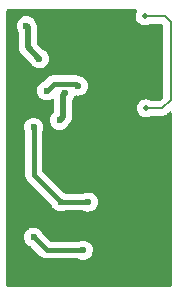
<source format=gbr>
G04 #@! TF.GenerationSoftware,KiCad,Pcbnew,(6.0.7-1)-1*
G04 #@! TF.CreationDate,2023-04-07T16:35:06+08:00*
G04 #@! TF.ProjectId,picofly,7069636f-666c-4792-9e6b-696361645f70,REV1*
G04 #@! TF.SameCoordinates,Original*
G04 #@! TF.FileFunction,Copper,L2,Bot*
G04 #@! TF.FilePolarity,Positive*
%FSLAX46Y46*%
G04 Gerber Fmt 4.6, Leading zero omitted, Abs format (unit mm)*
G04 Created by KiCad (PCBNEW (6.0.7-1)-1) date 2023-04-07 16:35:06*
%MOMM*%
%LPD*%
G01*
G04 APERTURE LIST*
G04 #@! TA.AperFunction,ComponentPad*
%ADD10C,0.600000*%
G04 #@! TD*
G04 #@! TA.AperFunction,ViaPad*
%ADD11C,0.600000*%
G04 #@! TD*
G04 #@! TA.AperFunction,ViaPad*
%ADD12C,0.500000*%
G04 #@! TD*
G04 #@! TA.AperFunction,Conductor*
%ADD13C,0.200000*%
G04 #@! TD*
G04 #@! TA.AperFunction,Conductor*
%ADD14C,0.381000*%
G04 #@! TD*
G04 #@! TA.AperFunction,Conductor*
%ADD15C,0.500000*%
G04 #@! TD*
G04 APERTURE END LIST*
D10*
X106025000Y-86325000D03*
X107300000Y-87600000D03*
X108575000Y-87600000D03*
X107300000Y-86325000D03*
X108575000Y-88875000D03*
X106025000Y-88875000D03*
X108575000Y-86325000D03*
X107300000Y-88875000D03*
X106025000Y-87600000D03*
D11*
X105100000Y-92300000D03*
X103900000Y-82900000D03*
X107436325Y-92325040D03*
X102800000Y-86000000D03*
X106600000Y-82500000D03*
D12*
X112300000Y-84400000D03*
X112200000Y-76600000D03*
D11*
X103300000Y-80200000D03*
X105496511Y-83092400D03*
X102200000Y-77400000D03*
X107000000Y-96410000D03*
X104999998Y-85400001D03*
X102800000Y-95300000D03*
X114200000Y-95200000D03*
X107500000Y-95200000D03*
X101500000Y-90000000D03*
X107800000Y-98100000D03*
D12*
X100900000Y-97300000D03*
D11*
X114200000Y-91600000D03*
X113200000Y-97600000D03*
X101200000Y-90800000D03*
D12*
X100900000Y-95600000D03*
D11*
X104900000Y-97400000D03*
D12*
X100900000Y-96500000D03*
D11*
X110400000Y-78000000D03*
X102000000Y-84700000D03*
X114100000Y-86800000D03*
X110000000Y-82300000D03*
X104300000Y-97900000D03*
X114200000Y-90600000D03*
X111500000Y-78000000D03*
D12*
X110800000Y-95000000D03*
D11*
X102200000Y-82900000D03*
X107000000Y-97600000D03*
X108600000Y-79600000D03*
X104200000Y-94900000D03*
X113300000Y-78000000D03*
X102000000Y-83800000D03*
X106900000Y-79900000D03*
D12*
X110800000Y-94000000D03*
X101800000Y-98000000D03*
D11*
X111600000Y-83100000D03*
X110000000Y-99100000D03*
X110000000Y-98400000D03*
X114200000Y-85400000D03*
D13*
X113700000Y-84400000D02*
X112300000Y-84400000D01*
D14*
X104500000Y-82300000D02*
X106400000Y-82300000D01*
X106400000Y-82300000D02*
X106600000Y-82500000D01*
X107411285Y-92300000D02*
X107436325Y-92325040D01*
X102800000Y-90000000D02*
X102800000Y-86000000D01*
X105100000Y-92300000D02*
X107411285Y-92300000D01*
X103900000Y-82900000D02*
X104500000Y-82300000D01*
X105100000Y-92300000D02*
X102800000Y-90000000D01*
D13*
X114400000Y-77100000D02*
X114400000Y-83700000D01*
X113900000Y-76600000D02*
X114400000Y-77100000D01*
X114400000Y-83700000D02*
X113700000Y-84400000D01*
X112200000Y-76600000D02*
X113900000Y-76600000D01*
D15*
X104999998Y-85400001D02*
X105300000Y-85099999D01*
X102300000Y-77500000D02*
X102300000Y-79200000D01*
D14*
X102800000Y-95300000D02*
X103900000Y-96400000D01*
D15*
X102200000Y-77400000D02*
X102300000Y-77500000D01*
D14*
X103900000Y-96400000D02*
X105300000Y-96400000D01*
X106990000Y-96400000D02*
X107000000Y-96410000D01*
D15*
X105300000Y-83288911D02*
X105496511Y-83092400D01*
X102300000Y-79200000D02*
X103300000Y-80200000D01*
X105300000Y-85099999D02*
X105300000Y-83288911D01*
D14*
X105300000Y-96400000D02*
X106990000Y-96400000D01*
G04 #@! TA.AperFunction,Conductor*
G36*
X111515799Y-76028502D02*
G01*
X111562292Y-76082158D01*
X111572396Y-76152432D01*
X111553589Y-76202755D01*
X111516304Y-76260610D01*
X111458103Y-76420516D01*
X111436775Y-76589343D01*
X111453381Y-76758699D01*
X111507094Y-76920167D01*
X111510741Y-76926189D01*
X111510742Y-76926191D01*
X111582612Y-77044861D01*
X111595246Y-77065723D01*
X111713455Y-77188132D01*
X111855846Y-77281310D01*
X111862450Y-77283766D01*
X111862452Y-77283767D01*
X111898844Y-77297301D01*
X112015341Y-77340626D01*
X112184015Y-77363132D01*
X112191026Y-77362494D01*
X112191030Y-77362494D01*
X112346462Y-77348348D01*
X112353483Y-77347709D01*
X112360185Y-77345531D01*
X112360187Y-77345531D01*
X112508623Y-77297301D01*
X112508626Y-77297300D01*
X112515322Y-77295124D01*
X112630823Y-77226271D01*
X112695341Y-77208500D01*
X113595761Y-77208500D01*
X113663882Y-77228502D01*
X113684856Y-77245405D01*
X113754595Y-77315144D01*
X113788621Y-77377456D01*
X113791500Y-77404239D01*
X113791500Y-83395761D01*
X113771498Y-83463882D01*
X113754595Y-83484856D01*
X113484856Y-83754595D01*
X113422544Y-83788621D01*
X113395761Y-83791500D01*
X112793411Y-83791500D01*
X112725897Y-83771885D01*
X112640562Y-83717729D01*
X112640558Y-83717727D01*
X112634608Y-83713951D01*
X112474300Y-83656868D01*
X112305329Y-83636720D01*
X112298326Y-83637456D01*
X112298325Y-83637456D01*
X112143101Y-83653770D01*
X112143097Y-83653771D01*
X112136093Y-83654507D01*
X112129422Y-83656778D01*
X111981673Y-83707075D01*
X111981670Y-83707076D01*
X111975003Y-83709346D01*
X111969005Y-83713036D01*
X111969003Y-83713037D01*
X111836065Y-83794821D01*
X111836063Y-83794823D01*
X111830066Y-83798512D01*
X111708486Y-83917573D01*
X111616304Y-84060610D01*
X111558103Y-84220516D01*
X111536775Y-84389343D01*
X111553381Y-84558699D01*
X111607094Y-84720167D01*
X111610741Y-84726189D01*
X111610742Y-84726191D01*
X111690858Y-84858477D01*
X111695246Y-84865723D01*
X111813455Y-84988132D01*
X111871738Y-85026271D01*
X111900148Y-85044862D01*
X111955846Y-85081310D01*
X111962450Y-85083766D01*
X111962452Y-85083767D01*
X111998844Y-85097301D01*
X112115341Y-85140626D01*
X112284015Y-85163132D01*
X112291026Y-85162494D01*
X112291030Y-85162494D01*
X112446462Y-85148348D01*
X112453483Y-85147709D01*
X112460185Y-85145531D01*
X112460187Y-85145531D01*
X112608623Y-85097301D01*
X112608626Y-85097300D01*
X112615322Y-85095124D01*
X112730823Y-85026271D01*
X112795341Y-85008500D01*
X113651864Y-85008500D01*
X113668307Y-85009578D01*
X113700000Y-85013750D01*
X113708189Y-85012672D01*
X113739874Y-85008501D01*
X113739884Y-85008500D01*
X113739885Y-85008500D01*
X113839457Y-84995391D01*
X113850664Y-84993916D01*
X113850666Y-84993915D01*
X113858851Y-84992838D01*
X114006876Y-84931524D01*
X114102072Y-84858477D01*
X114102075Y-84858474D01*
X114133987Y-84833987D01*
X114139017Y-84827432D01*
X114153452Y-84808621D01*
X114164319Y-84796230D01*
X114276405Y-84684144D01*
X114338717Y-84650118D01*
X114409532Y-84655183D01*
X114466368Y-84697730D01*
X114491179Y-84764250D01*
X114491500Y-84773239D01*
X114491500Y-99365500D01*
X114471498Y-99433621D01*
X114417842Y-99480114D01*
X114365500Y-99491500D01*
X100634500Y-99491500D01*
X100566379Y-99471498D01*
X100519886Y-99417842D01*
X100508500Y-99365500D01*
X100508500Y-95288640D01*
X101986463Y-95288640D01*
X102004163Y-95469160D01*
X102061418Y-95641273D01*
X102065065Y-95647295D01*
X102065066Y-95647297D01*
X102097590Y-95701000D01*
X102155380Y-95796424D01*
X102281382Y-95926902D01*
X102433159Y-96026222D01*
X102439763Y-96028678D01*
X102439765Y-96028679D01*
X102573829Y-96078537D01*
X102619004Y-96107539D01*
X103385503Y-96874038D01*
X103391356Y-96880303D01*
X103428842Y-96923274D01*
X103435056Y-96927641D01*
X103480378Y-96959494D01*
X103485674Y-96963427D01*
X103529263Y-96997606D01*
X103529266Y-96997608D01*
X103535240Y-97002292D01*
X103542164Y-97005418D01*
X103545199Y-97007256D01*
X103557898Y-97014500D01*
X103561046Y-97016188D01*
X103567261Y-97020556D01*
X103625950Y-97043438D01*
X103631995Y-97045978D01*
X103689435Y-97071913D01*
X103696908Y-97073298D01*
X103700326Y-97074369D01*
X103714315Y-97078354D01*
X103717807Y-97079251D01*
X103724889Y-97082012D01*
X103732422Y-97083004D01*
X103732423Y-97083004D01*
X103787330Y-97090233D01*
X103793843Y-97091265D01*
X103848318Y-97101361D01*
X103848320Y-97101361D01*
X103855787Y-97102745D01*
X103863367Y-97102308D01*
X103863368Y-97102308D01*
X103917112Y-97099209D01*
X103924365Y-97099000D01*
X106538716Y-97099000D01*
X106607709Y-97119568D01*
X106633159Y-97136222D01*
X106639763Y-97138678D01*
X106639765Y-97138679D01*
X106796558Y-97196990D01*
X106796560Y-97196990D01*
X106803168Y-97199448D01*
X106886995Y-97210633D01*
X106975980Y-97222507D01*
X106975984Y-97222507D01*
X106982961Y-97223438D01*
X106989972Y-97222800D01*
X106989976Y-97222800D01*
X107132459Y-97209832D01*
X107163600Y-97206998D01*
X107170302Y-97204820D01*
X107170304Y-97204820D01*
X107329409Y-97153124D01*
X107329412Y-97153123D01*
X107336108Y-97150947D01*
X107437235Y-97090663D01*
X107485860Y-97061677D01*
X107485862Y-97061676D01*
X107491912Y-97058069D01*
X107623266Y-96932982D01*
X107723643Y-96781902D01*
X107788055Y-96612338D01*
X107813299Y-96432717D01*
X107813616Y-96410000D01*
X107793397Y-96229745D01*
X107791080Y-96223091D01*
X107736064Y-96065106D01*
X107736062Y-96065103D01*
X107733745Y-96058448D01*
X107637626Y-95904624D01*
X107632664Y-95899627D01*
X107514778Y-95780915D01*
X107514774Y-95780912D01*
X107509815Y-95775918D01*
X107356666Y-95678727D01*
X107327463Y-95668328D01*
X107192425Y-95620243D01*
X107192420Y-95620242D01*
X107185790Y-95617881D01*
X107178802Y-95617048D01*
X107178799Y-95617047D01*
X107055698Y-95602368D01*
X107005680Y-95596404D01*
X106998677Y-95597140D01*
X106998676Y-95597140D01*
X106832288Y-95614628D01*
X106832286Y-95614629D01*
X106825288Y-95615364D01*
X106768812Y-95634590D01*
X106660249Y-95671547D01*
X106660246Y-95671548D01*
X106653579Y-95673818D01*
X106639763Y-95682318D01*
X106573741Y-95701000D01*
X104241725Y-95701000D01*
X104173604Y-95680998D01*
X104152630Y-95664095D01*
X103605851Y-95117316D01*
X103575955Y-95069658D01*
X103536064Y-94955106D01*
X103536062Y-94955103D01*
X103533745Y-94948448D01*
X103437626Y-94794624D01*
X103423941Y-94780843D01*
X103314778Y-94670915D01*
X103314774Y-94670912D01*
X103309815Y-94665918D01*
X103298697Y-94658862D01*
X103250538Y-94628300D01*
X103156666Y-94568727D01*
X103127463Y-94558328D01*
X102992425Y-94510243D01*
X102992420Y-94510242D01*
X102985790Y-94507881D01*
X102978802Y-94507048D01*
X102978799Y-94507047D01*
X102855698Y-94492368D01*
X102805680Y-94486404D01*
X102798677Y-94487140D01*
X102798676Y-94487140D01*
X102632288Y-94504628D01*
X102632286Y-94504629D01*
X102625288Y-94505364D01*
X102453579Y-94563818D01*
X102447575Y-94567512D01*
X102305095Y-94655166D01*
X102305092Y-94655168D01*
X102299088Y-94658862D01*
X102294053Y-94663793D01*
X102294050Y-94663795D01*
X102174525Y-94780843D01*
X102169493Y-94785771D01*
X102071235Y-94938238D01*
X102068826Y-94944858D01*
X102068824Y-94944861D01*
X102023402Y-95069658D01*
X102009197Y-95108685D01*
X101986463Y-95288640D01*
X100508500Y-95288640D01*
X100508500Y-85988640D01*
X101986463Y-85988640D01*
X102004163Y-86169160D01*
X102061418Y-86341273D01*
X102082777Y-86376541D01*
X102101000Y-86441810D01*
X102101000Y-89971401D01*
X102100708Y-89979971D01*
X102096830Y-90036852D01*
X102098135Y-90044328D01*
X102098135Y-90044332D01*
X102107663Y-90098924D01*
X102108626Y-90105449D01*
X102116191Y-90167960D01*
X102118875Y-90175062D01*
X102119719Y-90178500D01*
X102123583Y-90192623D01*
X102124613Y-90196034D01*
X102125919Y-90203517D01*
X102128972Y-90210472D01*
X102151239Y-90261198D01*
X102153730Y-90267304D01*
X102175994Y-90326222D01*
X102180293Y-90332477D01*
X102181935Y-90335618D01*
X102189033Y-90348372D01*
X102190870Y-90351478D01*
X102193923Y-90358433D01*
X102198548Y-90364460D01*
X102198550Y-90364464D01*
X102232265Y-90408402D01*
X102236129Y-90413720D01*
X102271821Y-90465652D01*
X102277491Y-90470704D01*
X102277492Y-90470705D01*
X102317688Y-90506518D01*
X102322964Y-90511499D01*
X104294834Y-92483369D01*
X104325297Y-92532691D01*
X104361418Y-92641273D01*
X104365065Y-92647295D01*
X104365066Y-92647297D01*
X104398688Y-92702813D01*
X104455380Y-92796424D01*
X104581382Y-92926902D01*
X104733159Y-93026222D01*
X104739763Y-93028678D01*
X104739765Y-93028679D01*
X104896558Y-93086990D01*
X104896560Y-93086990D01*
X104903168Y-93089448D01*
X104986995Y-93100633D01*
X105075980Y-93112507D01*
X105075984Y-93112507D01*
X105082961Y-93113438D01*
X105089972Y-93112800D01*
X105089976Y-93112800D01*
X105232459Y-93099832D01*
X105263600Y-93096998D01*
X105270302Y-93094820D01*
X105270304Y-93094820D01*
X105429409Y-93043124D01*
X105429412Y-93043123D01*
X105436108Y-93040947D01*
X105460810Y-93026222D01*
X105476664Y-93016771D01*
X105541181Y-92999000D01*
X106952057Y-92999000D01*
X107021049Y-93019567D01*
X107069484Y-93051262D01*
X107076088Y-93053718D01*
X107076090Y-93053719D01*
X107232883Y-93112030D01*
X107232885Y-93112030D01*
X107239493Y-93114488D01*
X107323320Y-93125673D01*
X107412305Y-93137547D01*
X107412309Y-93137547D01*
X107419286Y-93138478D01*
X107426297Y-93137840D01*
X107426301Y-93137840D01*
X107568784Y-93124872D01*
X107599925Y-93122038D01*
X107606627Y-93119860D01*
X107606629Y-93119860D01*
X107765734Y-93068164D01*
X107765737Y-93068163D01*
X107772433Y-93065987D01*
X107928237Y-92973109D01*
X108059591Y-92848022D01*
X108159968Y-92696942D01*
X108224380Y-92527378D01*
X108249624Y-92347757D01*
X108249941Y-92325040D01*
X108229722Y-92144785D01*
X108170070Y-91973488D01*
X108073951Y-91819664D01*
X108068989Y-91814667D01*
X107951103Y-91695955D01*
X107951099Y-91695952D01*
X107946140Y-91690958D01*
X107792991Y-91593767D01*
X107733275Y-91572503D01*
X107628750Y-91535283D01*
X107628745Y-91535282D01*
X107622115Y-91532921D01*
X107615127Y-91532088D01*
X107615124Y-91532087D01*
X107492023Y-91517408D01*
X107442005Y-91511444D01*
X107435002Y-91512180D01*
X107435001Y-91512180D01*
X107268613Y-91529668D01*
X107268611Y-91529669D01*
X107261613Y-91530404D01*
X107171419Y-91561108D01*
X107096574Y-91586587D01*
X107096571Y-91586588D01*
X107089904Y-91588858D01*
X107088650Y-91589629D01*
X107037781Y-91601000D01*
X105544126Y-91601000D01*
X105476614Y-91581387D01*
X105456666Y-91568727D01*
X105329043Y-91523283D01*
X105282214Y-91493679D01*
X103535905Y-89747370D01*
X103501879Y-89685058D01*
X103499000Y-89658275D01*
X103499000Y-86447034D01*
X103517820Y-86384698D01*
X103516525Y-86384033D01*
X103519741Y-86377775D01*
X103523643Y-86371902D01*
X103583838Y-86213439D01*
X103585555Y-86208920D01*
X103585556Y-86208918D01*
X103588055Y-86202338D01*
X103589035Y-86195366D01*
X103612748Y-86026639D01*
X103612748Y-86026636D01*
X103613299Y-86022717D01*
X103613616Y-86000000D01*
X103593397Y-85819745D01*
X103591080Y-85813091D01*
X103536064Y-85655106D01*
X103536062Y-85655103D01*
X103533745Y-85648448D01*
X103504808Y-85602138D01*
X103441359Y-85500598D01*
X103437626Y-85494624D01*
X103423941Y-85480843D01*
X103314778Y-85370915D01*
X103314774Y-85370912D01*
X103309815Y-85365918D01*
X103298697Y-85358862D01*
X103250538Y-85328300D01*
X103156666Y-85268727D01*
X103127463Y-85258328D01*
X102992425Y-85210243D01*
X102992420Y-85210242D01*
X102985790Y-85207881D01*
X102978802Y-85207048D01*
X102978799Y-85207047D01*
X102855698Y-85192368D01*
X102805680Y-85186404D01*
X102798677Y-85187140D01*
X102798676Y-85187140D01*
X102632288Y-85204628D01*
X102632286Y-85204629D01*
X102625288Y-85205364D01*
X102453579Y-85263818D01*
X102447575Y-85267512D01*
X102305095Y-85355166D01*
X102305092Y-85355168D01*
X102299088Y-85358862D01*
X102294053Y-85363793D01*
X102294050Y-85363795D01*
X102174525Y-85480843D01*
X102169493Y-85485771D01*
X102071235Y-85638238D01*
X102068826Y-85644858D01*
X102068824Y-85644861D01*
X102020448Y-85777773D01*
X102009197Y-85808685D01*
X101986463Y-85988640D01*
X100508500Y-85988640D01*
X100508500Y-82888640D01*
X103086463Y-82888640D01*
X103104163Y-83069160D01*
X103161418Y-83241273D01*
X103165065Y-83247295D01*
X103165066Y-83247297D01*
X103190594Y-83289448D01*
X103255380Y-83396424D01*
X103381382Y-83526902D01*
X103387278Y-83530760D01*
X103516594Y-83615382D01*
X103533159Y-83626222D01*
X103539763Y-83628678D01*
X103539765Y-83628679D01*
X103696558Y-83686990D01*
X103696560Y-83686990D01*
X103703168Y-83689448D01*
X103786995Y-83700633D01*
X103875980Y-83712507D01*
X103875984Y-83712507D01*
X103882961Y-83713438D01*
X103889972Y-83712800D01*
X103889976Y-83712800D01*
X104032459Y-83699832D01*
X104063600Y-83696998D01*
X104070302Y-83694820D01*
X104070304Y-83694820D01*
X104229409Y-83643124D01*
X104229412Y-83643123D01*
X104236108Y-83640947D01*
X104256688Y-83628679D01*
X104350983Y-83572468D01*
X104419738Y-83554768D01*
X104487147Y-83577050D01*
X104531809Y-83632239D01*
X104541500Y-83680697D01*
X104541500Y-84665268D01*
X104521498Y-84733389D01*
X104498662Y-84758430D01*
X104499086Y-84758863D01*
X104397364Y-84858477D01*
X104369491Y-84885772D01*
X104271233Y-85038239D01*
X104268824Y-85044859D01*
X104268822Y-85044862D01*
X104225775Y-85163132D01*
X104209195Y-85208686D01*
X104186461Y-85388641D01*
X104204161Y-85569161D01*
X104261416Y-85741274D01*
X104265063Y-85747296D01*
X104265064Y-85747298D01*
X104304910Y-85813091D01*
X104355378Y-85896425D01*
X104481380Y-86026903D01*
X104633157Y-86126223D01*
X104639761Y-86128679D01*
X104639763Y-86128680D01*
X104796556Y-86186991D01*
X104796558Y-86186991D01*
X104803166Y-86189449D01*
X104886993Y-86200634D01*
X104975978Y-86212508D01*
X104975982Y-86212508D01*
X104982959Y-86213439D01*
X104989970Y-86212801D01*
X104989974Y-86212801D01*
X105132457Y-86199833D01*
X105163598Y-86196999D01*
X105170300Y-86194821D01*
X105170302Y-86194821D01*
X105329407Y-86143125D01*
X105329410Y-86143124D01*
X105336106Y-86140948D01*
X105491910Y-86048070D01*
X105623264Y-85922983D01*
X105723641Y-85771903D01*
X105726141Y-85765321D01*
X105726147Y-85765310D01*
X105728057Y-85760281D01*
X105756749Y-85715931D01*
X105788911Y-85683769D01*
X105803323Y-85671383D01*
X105814918Y-85662850D01*
X105814923Y-85662845D01*
X105820818Y-85658507D01*
X105825557Y-85652929D01*
X105825560Y-85652926D01*
X105855035Y-85618231D01*
X105861965Y-85610715D01*
X105867660Y-85605020D01*
X105885281Y-85582748D01*
X105888072Y-85579344D01*
X105930591Y-85529296D01*
X105930592Y-85529294D01*
X105935333Y-85523714D01*
X105938661Y-85517198D01*
X105942028Y-85512149D01*
X105945195Y-85507020D01*
X105949734Y-85501283D01*
X105980655Y-85435124D01*
X105982561Y-85431224D01*
X106004305Y-85388641D01*
X106015769Y-85366191D01*
X106017508Y-85359083D01*
X106019607Y-85353440D01*
X106021524Y-85347677D01*
X106024622Y-85341049D01*
X106039487Y-85269582D01*
X106040457Y-85265298D01*
X106052599Y-85215676D01*
X106057808Y-85194389D01*
X106058304Y-85186404D01*
X106058500Y-85183235D01*
X106058536Y-85183237D01*
X106058775Y-85179244D01*
X106059149Y-85175052D01*
X106060640Y-85167884D01*
X106058546Y-85090478D01*
X106058500Y-85087071D01*
X106058500Y-83727739D01*
X106078502Y-83659618D01*
X106097608Y-83636493D01*
X106102075Y-83632239D01*
X106119777Y-83615382D01*
X106220154Y-83464302D01*
X106257218Y-83366731D01*
X106300107Y-83310153D01*
X106366775Y-83285744D01*
X106401610Y-83288869D01*
X106403168Y-83289448D01*
X106410151Y-83290380D01*
X106410152Y-83290380D01*
X106575980Y-83312507D01*
X106575984Y-83312507D01*
X106582961Y-83313438D01*
X106589972Y-83312800D01*
X106589976Y-83312800D01*
X106732459Y-83299832D01*
X106763600Y-83296998D01*
X106770302Y-83294820D01*
X106770304Y-83294820D01*
X106929409Y-83243124D01*
X106929412Y-83243123D01*
X106936108Y-83240947D01*
X107091912Y-83148069D01*
X107223266Y-83022982D01*
X107323643Y-82871902D01*
X107388055Y-82702338D01*
X107413299Y-82522717D01*
X107413616Y-82500000D01*
X107393397Y-82319745D01*
X107373913Y-82263795D01*
X107336064Y-82155106D01*
X107336062Y-82155103D01*
X107333745Y-82148448D01*
X107313011Y-82115267D01*
X107241359Y-82000598D01*
X107237626Y-81994624D01*
X107232664Y-81989627D01*
X107114778Y-81870915D01*
X107114774Y-81870912D01*
X107109815Y-81865918D01*
X106956666Y-81768727D01*
X106785790Y-81707881D01*
X106786177Y-81706795D01*
X106765681Y-81698430D01*
X106764760Y-81697708D01*
X106757835Y-81694581D01*
X106754785Y-81692734D01*
X106742102Y-81685500D01*
X106738954Y-81683812D01*
X106732739Y-81679444D01*
X106674050Y-81656562D01*
X106668005Y-81654022D01*
X106610565Y-81628087D01*
X106603092Y-81626702D01*
X106599674Y-81625631D01*
X106585685Y-81621646D01*
X106582193Y-81620749D01*
X106575111Y-81617988D01*
X106567578Y-81616996D01*
X106567577Y-81616996D01*
X106512670Y-81609767D01*
X106506157Y-81608735D01*
X106451682Y-81598639D01*
X106451680Y-81598639D01*
X106444213Y-81597255D01*
X106436633Y-81597692D01*
X106436632Y-81597692D01*
X106382888Y-81600791D01*
X106375635Y-81601000D01*
X104528599Y-81601000D01*
X104520029Y-81600708D01*
X104470723Y-81597346D01*
X104470719Y-81597346D01*
X104463148Y-81596830D01*
X104455672Y-81598135D01*
X104455668Y-81598135D01*
X104401076Y-81607663D01*
X104394551Y-81608626D01*
X104339582Y-81615278D01*
X104339580Y-81615279D01*
X104332040Y-81616191D01*
X104324938Y-81618875D01*
X104321500Y-81619719D01*
X104307377Y-81623583D01*
X104303966Y-81624613D01*
X104296483Y-81625919D01*
X104289528Y-81628972D01*
X104238802Y-81651239D01*
X104232696Y-81653730D01*
X104231953Y-81654011D01*
X104173778Y-81675994D01*
X104167523Y-81680293D01*
X104164382Y-81681935D01*
X104151628Y-81689033D01*
X104148522Y-81690870D01*
X104141567Y-81693923D01*
X104135540Y-81698548D01*
X104135536Y-81698550D01*
X104091598Y-81732265D01*
X104086280Y-81736129D01*
X104034348Y-81771821D01*
X104029296Y-81777491D01*
X104029295Y-81777492D01*
X103993482Y-81817688D01*
X103988501Y-81822964D01*
X103716932Y-82094533D01*
X103668443Y-82124716D01*
X103553579Y-82163818D01*
X103547575Y-82167512D01*
X103405095Y-82255166D01*
X103405092Y-82255168D01*
X103399088Y-82258862D01*
X103394053Y-82263793D01*
X103394050Y-82263795D01*
X103343711Y-82313091D01*
X103269493Y-82385771D01*
X103171235Y-82538238D01*
X103109197Y-82708685D01*
X103086463Y-82888640D01*
X100508500Y-82888640D01*
X100508500Y-77388640D01*
X101386463Y-77388640D01*
X101404163Y-77569160D01*
X101461418Y-77741273D01*
X101465065Y-77747295D01*
X101465066Y-77747297D01*
X101523276Y-77843413D01*
X101541500Y-77908684D01*
X101541500Y-79132930D01*
X101540067Y-79151880D01*
X101536801Y-79173349D01*
X101537394Y-79180641D01*
X101537394Y-79180644D01*
X101541085Y-79226018D01*
X101541500Y-79236233D01*
X101541500Y-79244293D01*
X101541925Y-79247937D01*
X101544789Y-79272507D01*
X101545222Y-79276882D01*
X101551140Y-79349637D01*
X101553396Y-79356601D01*
X101554587Y-79362560D01*
X101555971Y-79368415D01*
X101556818Y-79375681D01*
X101581735Y-79444327D01*
X101583152Y-79448455D01*
X101605649Y-79517899D01*
X101609445Y-79524154D01*
X101611951Y-79529628D01*
X101614670Y-79535058D01*
X101617167Y-79541937D01*
X101621180Y-79548057D01*
X101621180Y-79548058D01*
X101657186Y-79602976D01*
X101659523Y-79606680D01*
X101697405Y-79669107D01*
X101701121Y-79673315D01*
X101701122Y-79673316D01*
X101704803Y-79677484D01*
X101704776Y-79677508D01*
X101707429Y-79680500D01*
X101710132Y-79683733D01*
X101714144Y-79689852D01*
X101719456Y-79694884D01*
X101770383Y-79743128D01*
X101772825Y-79745506D01*
X102540992Y-80513673D01*
X102560595Y-80541771D01*
X102561418Y-80541273D01*
X102655380Y-80696424D01*
X102781382Y-80826902D01*
X102933159Y-80926222D01*
X102939763Y-80928678D01*
X102939765Y-80928679D01*
X103096558Y-80986990D01*
X103096560Y-80986990D01*
X103103168Y-80989448D01*
X103186995Y-81000633D01*
X103275980Y-81012507D01*
X103275984Y-81012507D01*
X103282961Y-81013438D01*
X103289972Y-81012800D01*
X103289976Y-81012800D01*
X103432459Y-80999832D01*
X103463600Y-80996998D01*
X103470302Y-80994820D01*
X103470304Y-80994820D01*
X103629409Y-80943124D01*
X103629412Y-80943123D01*
X103636108Y-80940947D01*
X103791912Y-80848069D01*
X103923266Y-80722982D01*
X104023643Y-80571902D01*
X104088055Y-80402338D01*
X104113299Y-80222717D01*
X104113616Y-80200000D01*
X104093397Y-80019745D01*
X104033745Y-79848448D01*
X103937626Y-79694624D01*
X103932664Y-79689627D01*
X103814778Y-79570915D01*
X103814774Y-79570912D01*
X103809815Y-79565918D01*
X103656666Y-79468727D01*
X103650026Y-79466363D01*
X103647532Y-79465146D01*
X103613675Y-79440994D01*
X103095405Y-78922724D01*
X103061379Y-78860412D01*
X103058500Y-78833629D01*
X103058500Y-77567063D01*
X103059933Y-77548114D01*
X103062097Y-77533886D01*
X103063198Y-77526651D01*
X103058915Y-77473990D01*
X103058500Y-77463777D01*
X103058500Y-77455707D01*
X103058078Y-77452087D01*
X103058077Y-77452069D01*
X103055208Y-77427461D01*
X103054775Y-77423086D01*
X103049454Y-77357661D01*
X103049453Y-77357658D01*
X103048860Y-77350363D01*
X103046604Y-77343399D01*
X103045413Y-77337440D01*
X103044029Y-77331585D01*
X103043182Y-77324319D01*
X103018265Y-77255673D01*
X103016848Y-77251545D01*
X102996607Y-77189064D01*
X102996606Y-77189062D01*
X102994351Y-77182101D01*
X102990555Y-77175845D01*
X102988054Y-77170383D01*
X102985331Y-77164946D01*
X102982833Y-77158063D01*
X102978818Y-77151939D01*
X102968063Y-77135534D01*
X102954445Y-77107887D01*
X102936064Y-77055104D01*
X102936060Y-77055095D01*
X102933745Y-77048448D01*
X102837626Y-76894624D01*
X102823941Y-76880843D01*
X102714778Y-76770915D01*
X102714774Y-76770912D01*
X102709815Y-76765918D01*
X102698697Y-76758862D01*
X102650538Y-76728300D01*
X102556666Y-76668727D01*
X102527463Y-76658328D01*
X102392425Y-76610243D01*
X102392420Y-76610242D01*
X102385790Y-76607881D01*
X102378802Y-76607048D01*
X102378799Y-76607047D01*
X102255698Y-76592368D01*
X102205680Y-76586404D01*
X102198677Y-76587140D01*
X102198676Y-76587140D01*
X102032288Y-76604628D01*
X102032286Y-76604629D01*
X102025288Y-76605364D01*
X101853579Y-76663818D01*
X101847575Y-76667512D01*
X101705095Y-76755166D01*
X101705092Y-76755168D01*
X101699088Y-76758862D01*
X101694053Y-76763793D01*
X101694050Y-76763795D01*
X101574525Y-76880843D01*
X101569493Y-76885771D01*
X101471235Y-77038238D01*
X101468826Y-77044858D01*
X101468824Y-77044861D01*
X101411606Y-77202066D01*
X101409197Y-77208685D01*
X101386463Y-77388640D01*
X100508500Y-77388640D01*
X100508500Y-76134500D01*
X100528502Y-76066379D01*
X100582158Y-76019886D01*
X100634500Y-76008500D01*
X111447678Y-76008500D01*
X111515799Y-76028502D01*
G37*
G04 #@! TD.AperFunction*
M02*

</source>
